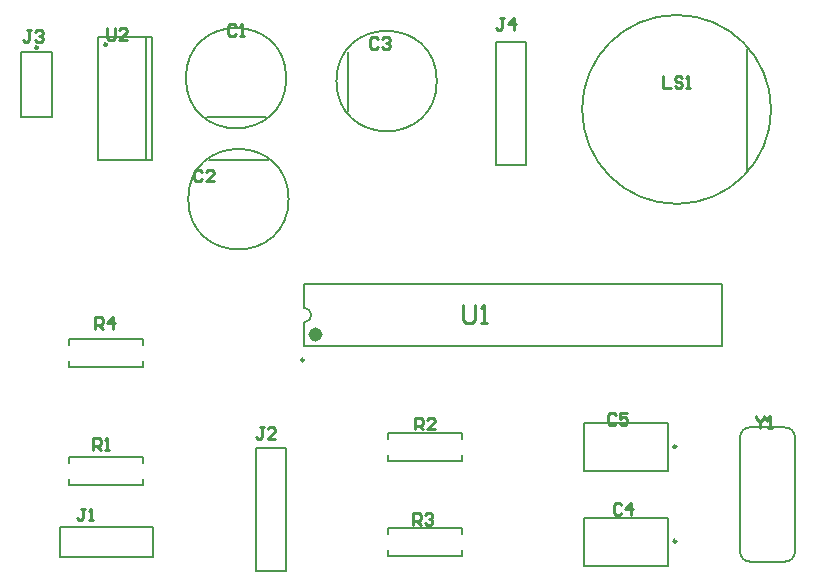
<source format=gto>
G04*
G04 #@! TF.GenerationSoftware,Altium Limited,Altium Designer,23.4.1 (23)*
G04*
G04 Layer_Color=65535*
%FSLAX42Y42*%
%MOMM*%
G71*
G04*
G04 #@! TF.SameCoordinates,1A2849D8-77FB-4551-9540-3E4ADE2B4543*
G04*
G04*
G04 #@! TF.FilePolarity,Positive*
G04*
G01*
G75*
%ADD10C,0.25*%
%ADD11C,0.20*%
%ADD12C,0.15*%
%ADD13C,0.60*%
%ADD14C,0.25*%
D10*
X6512Y1633D02*
G03*
X6512Y1633I-12J0D01*
G01*
X5727Y604D02*
G03*
X5727Y604I-12J0D01*
G01*
Y1404D02*
G03*
X5727Y1404I-12J0D01*
G01*
X322Y4783D02*
G03*
X322Y4783I-12J0D01*
G01*
X907Y4809D02*
G03*
X907Y4809I-12J0D01*
G01*
X2575Y2138D02*
G03*
X2575Y2138I-12J0D01*
G01*
D11*
X6732Y1485D02*
G03*
X6650Y1568I-82J0D01*
G01*
X6350Y1568D02*
G03*
X6267Y1485I0J-82D01*
G01*
Y515D02*
G03*
X6350Y432I82J-0D01*
G01*
X6650Y432D02*
G03*
X6732Y515I0J82D01*
G01*
X2573Y2456D02*
G03*
X2573Y2583I0J63D01*
G01*
X4203Y3788D02*
X4457D01*
Y4829D01*
X4203D02*
X4457D01*
X4203Y3788D02*
Y4829D01*
X3285Y1280D02*
Y1333D01*
X3915Y1467D02*
Y1520D01*
X3285Y1467D02*
Y1520D01*
X3915Y1280D02*
Y1333D01*
X3285Y1280D02*
X3915D01*
X3285Y1520D02*
X3915D01*
X6267Y515D02*
Y1485D01*
X6732Y515D02*
Y1485D01*
X6350Y432D02*
X6650D01*
X6350Y1568D02*
X6650D01*
X6350Y1568D02*
X6350Y1568D01*
X4944Y396D02*
Y803D01*
X5656Y396D02*
Y803D01*
X4944D02*
X5656D01*
X4944Y396D02*
X5656D01*
X4944Y1197D02*
Y1603D01*
X5656Y1197D02*
Y1603D01*
X4944D02*
X5656D01*
X4944Y1197D02*
X5656D01*
X3285Y480D02*
Y533D01*
X3915Y667D02*
Y720D01*
X3285Y667D02*
Y720D01*
X3915Y480D02*
Y533D01*
X3285Y480D02*
X3915D01*
X3285Y720D02*
X3915D01*
X2173Y353D02*
Y1394D01*
X2427D01*
Y353D02*
Y1394D01*
X2173Y353D02*
X2427D01*
X585Y1080D02*
Y1133D01*
X1215Y1267D02*
Y1320D01*
X585Y1267D02*
Y1320D01*
X1215Y1080D02*
Y1133D01*
X585Y1080D02*
X1215D01*
X585Y1320D02*
X1215D01*
X1294Y473D02*
Y727D01*
X507Y473D02*
Y727D01*
Y473D02*
X1294D01*
X507Y727D02*
X1294D01*
X585Y2080D02*
Y2133D01*
X1215Y2267D02*
Y2320D01*
X585Y2267D02*
Y2320D01*
X1215Y2080D02*
Y2133D01*
X585Y2080D02*
X1215D01*
X585Y2320D02*
X1215D01*
X443Y4197D02*
Y4743D01*
X176Y4197D02*
X443D01*
X176D02*
Y4743D01*
X443D01*
X1290Y3834D02*
Y4874D01*
X830Y3834D02*
X1290D01*
X830D02*
Y4874D01*
Y4874D02*
X1290D01*
X1240Y3834D02*
Y4874D01*
X1770Y3828D02*
X2270D01*
X1750Y4197D02*
X2250D01*
X2948Y4250D02*
Y4750D01*
X2573Y2254D02*
X6113D01*
X2573Y2784D02*
X6113D01*
X2573Y2254D02*
Y2456D01*
Y2583D02*
Y2784D01*
X6113Y2254D02*
Y2784D01*
X6330Y3750D02*
Y4770D01*
D12*
X2445Y3500D02*
G03*
X2445Y3500I-425J0D01*
G01*
X2425Y4525D02*
G03*
X2425Y4525I-425J0D01*
G01*
X3700Y4500D02*
G03*
X3700Y4500I-425J0D01*
G01*
X6530Y4260D02*
G03*
X6530Y4260I-800J0D01*
G01*
D13*
X2703Y2354D02*
G03*
X2703Y2354I-30J0D01*
G01*
D14*
X6403Y1660D02*
Y1643D01*
X6437Y1610D01*
X6470Y1643D01*
Y1660D01*
X6437Y1610D02*
Y1560D01*
X6503D02*
X6537D01*
X6520D01*
Y1660D01*
X6503Y1643D01*
X907Y4950D02*
Y4867D01*
X923Y4850D01*
X957D01*
X973Y4867D01*
Y4950D01*
X1073Y4850D02*
X1007D01*
X1073Y4917D01*
Y4933D01*
X1057Y4950D01*
X1023D01*
X1007Y4933D01*
X3918Y2606D02*
Y2479D01*
X3944Y2454D01*
X3995D01*
X4020Y2479D01*
Y2606D01*
X4071Y2454D02*
X4122D01*
X4096D01*
Y2606D01*
X4071Y2581D01*
X807Y2400D02*
Y2500D01*
X857D01*
X873Y2483D01*
Y2450D01*
X857Y2433D01*
X807D01*
X840D02*
X873Y2400D01*
X957D02*
Y2500D01*
X907Y2450D01*
X973D01*
X3497Y740D02*
Y840D01*
X3547D01*
X3563Y823D01*
Y790D01*
X3547Y773D01*
X3497D01*
X3530D02*
X3563Y740D01*
X3597Y823D02*
X3613Y840D01*
X3647D01*
X3663Y823D01*
Y807D01*
X3647Y790D01*
X3630D01*
X3647D01*
X3663Y773D01*
Y757D01*
X3647Y740D01*
X3613D01*
X3597Y757D01*
X3517Y1550D02*
Y1650D01*
X3567D01*
X3583Y1633D01*
Y1600D01*
X3567Y1583D01*
X3517D01*
X3550D02*
X3583Y1550D01*
X3683D02*
X3617D01*
X3683Y1617D01*
Y1633D01*
X3667Y1650D01*
X3633D01*
X3617Y1633D01*
X793Y1380D02*
Y1480D01*
X843D01*
X860Y1463D01*
Y1430D01*
X843Y1413D01*
X793D01*
X827D02*
X860Y1380D01*
X893D02*
X927D01*
X910D01*
Y1480D01*
X893Y1463D01*
X5613Y4540D02*
Y4440D01*
X5680D01*
X5780Y4523D02*
X5763Y4540D01*
X5730D01*
X5713Y4523D01*
Y4507D01*
X5730Y4490D01*
X5763D01*
X5780Y4473D01*
Y4457D01*
X5763Y4440D01*
X5730D01*
X5713Y4457D01*
X5813Y4440D02*
X5847D01*
X5830D01*
Y4540D01*
X5813Y4523D01*
X4270Y5031D02*
X4237D01*
X4254D01*
Y4948D01*
X4237Y4931D01*
X4221D01*
X4204Y4948D01*
X4354Y4931D02*
Y5031D01*
X4304Y4981D01*
X4370D01*
X263Y4930D02*
X230D01*
X247D01*
Y4847D01*
X230Y4830D01*
X213D01*
X197Y4847D01*
X297Y4913D02*
X313Y4930D01*
X347D01*
X363Y4913D01*
Y4897D01*
X347Y4880D01*
X330D01*
X347D01*
X363Y4863D01*
Y4847D01*
X347Y4830D01*
X313D01*
X297Y4847D01*
X2233Y1570D02*
X2200D01*
X2217D01*
Y1487D01*
X2200Y1470D01*
X2183D01*
X2167Y1487D01*
X2333Y1470D02*
X2267D01*
X2333Y1537D01*
Y1553D01*
X2317Y1570D01*
X2283D01*
X2267Y1553D01*
X720Y880D02*
X687D01*
X703D01*
Y797D01*
X687Y780D01*
X670D01*
X653Y797D01*
X753Y780D02*
X787D01*
X770D01*
Y880D01*
X753Y863D01*
X5213Y1673D02*
X5197Y1690D01*
X5163D01*
X5147Y1673D01*
Y1607D01*
X5163Y1590D01*
X5197D01*
X5213Y1607D01*
X5313Y1690D02*
X5247D01*
Y1640D01*
X5280Y1657D01*
X5297D01*
X5313Y1640D01*
Y1607D01*
X5297Y1590D01*
X5263D01*
X5247Y1607D01*
X5263Y913D02*
X5247Y930D01*
X5213D01*
X5197Y913D01*
Y847D01*
X5213Y830D01*
X5247D01*
X5263Y847D01*
X5347Y830D02*
Y930D01*
X5297Y880D01*
X5363D01*
X3203Y4853D02*
X3187Y4870D01*
X3153D01*
X3137Y4853D01*
Y4787D01*
X3153Y4770D01*
X3187D01*
X3203Y4787D01*
X3237Y4853D02*
X3253Y4870D01*
X3287D01*
X3303Y4853D01*
Y4837D01*
X3287Y4820D01*
X3270D01*
X3287D01*
X3303Y4803D01*
Y4787D01*
X3287Y4770D01*
X3253D01*
X3237Y4787D01*
X1713Y3733D02*
X1697Y3750D01*
X1663D01*
X1647Y3733D01*
Y3667D01*
X1663Y3650D01*
X1697D01*
X1713Y3667D01*
X1813Y3650D02*
X1747D01*
X1813Y3717D01*
Y3733D01*
X1797Y3750D01*
X1763D01*
X1747Y3733D01*
X2000Y4963D02*
X1983Y4980D01*
X1950D01*
X1933Y4963D01*
Y4897D01*
X1950Y4880D01*
X1983D01*
X2000Y4897D01*
X2033Y4880D02*
X2067D01*
X2050D01*
Y4980D01*
X2033Y4963D01*
M02*

</source>
